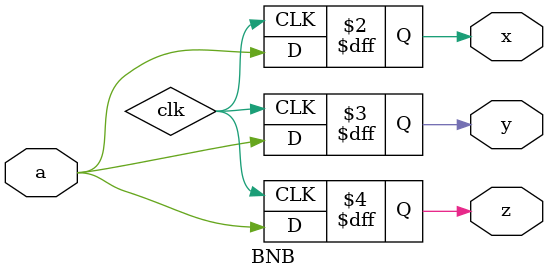
<source format=v>
module BNB(x, y, z, a);
  input a;
  output x, y, z;

  reg x, y, z;
  reg clk;

  always @(posedge clk) begin
    x = a;
    y = x;
    z = y;
  end
endmodule
</source>
